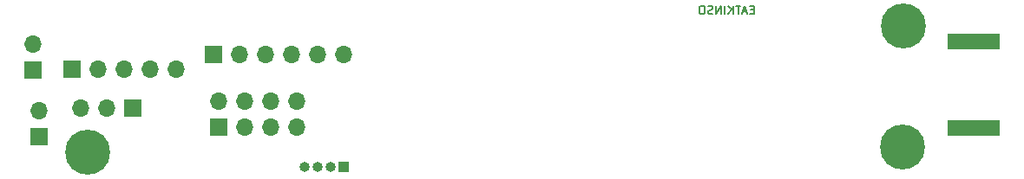
<source format=gbr>
%TF.GenerationSoftware,KiCad,Pcbnew,6.0.0*%
%TF.CreationDate,2022-04-11T19:56:14-05:00*%
%TF.ProjectId,main_board_bodged,6d61696e-5f62-46f6-9172-645f626f6467,rev?*%
%TF.SameCoordinates,Original*%
%TF.FileFunction,Soldermask,Bot*%
%TF.FilePolarity,Negative*%
%FSLAX46Y46*%
G04 Gerber Fmt 4.6, Leading zero omitted, Abs format (unit mm)*
G04 Created by KiCad (PCBNEW 6.0.0) date 2022-04-11 19:56:14*
%MOMM*%
%LPD*%
G01*
G04 APERTURE LIST*
%ADD10C,0.150000*%
%ADD11R,1.000000X1.000000*%
%ADD12O,1.000000X1.000000*%
%ADD13R,1.700000X1.700000*%
%ADD14O,1.700000X1.700000*%
%ADD15C,0.700000*%
%ADD16C,4.400000*%
%ADD17R,5.080000X1.500000*%
G04 APERTURE END LIST*
D10*
X202603571Y-133292857D02*
X202336904Y-133292857D01*
X202222619Y-133711904D02*
X202603571Y-133711904D01*
X202603571Y-132911904D01*
X202222619Y-132911904D01*
X201917857Y-133483333D02*
X201536904Y-133483333D01*
X201994047Y-133711904D02*
X201727380Y-132911904D01*
X201460714Y-133711904D01*
X201308333Y-132911904D02*
X200851190Y-132911904D01*
X201079761Y-133711904D02*
X201079761Y-132911904D01*
X200584523Y-133711904D02*
X200584523Y-132911904D01*
X200127380Y-133711904D02*
X200470238Y-133254761D01*
X200127380Y-132911904D02*
X200584523Y-133369047D01*
X199784523Y-133711904D02*
X199784523Y-132911904D01*
X199403571Y-133711904D02*
X199403571Y-132911904D01*
X198946428Y-133711904D01*
X198946428Y-132911904D01*
X198603571Y-133673809D02*
X198489285Y-133711904D01*
X198298809Y-133711904D01*
X198222619Y-133673809D01*
X198184523Y-133635714D01*
X198146428Y-133559523D01*
X198146428Y-133483333D01*
X198184523Y-133407142D01*
X198222619Y-133369047D01*
X198298809Y-133330952D01*
X198451190Y-133292857D01*
X198527380Y-133254761D01*
X198565476Y-133216666D01*
X198603571Y-133140476D01*
X198603571Y-133064285D01*
X198565476Y-132988095D01*
X198527380Y-132950000D01*
X198451190Y-132911904D01*
X198260714Y-132911904D01*
X198146428Y-132950000D01*
X197651190Y-132911904D02*
X197498809Y-132911904D01*
X197422619Y-132950000D01*
X197346428Y-133026190D01*
X197308333Y-133178571D01*
X197308333Y-133445238D01*
X197346428Y-133597619D01*
X197422619Y-133673809D01*
X197498809Y-133711904D01*
X197651190Y-133711904D01*
X197727380Y-133673809D01*
X197803571Y-133597619D01*
X197841666Y-133445238D01*
X197841666Y-133178571D01*
X197803571Y-133026190D01*
X197727380Y-132950000D01*
X197651190Y-132911904D01*
D11*
%TO.C,J7*%
X162575000Y-148725000D03*
D12*
X161305000Y-148725000D03*
X160035000Y-148725000D03*
X158765000Y-148725000D03*
%TD*%
D13*
%TO.C,J8*%
X132300000Y-139200000D03*
D14*
X132300000Y-136660000D03*
%TD*%
D15*
%TO.C,H1*%
X139250000Y-147250000D03*
X138766726Y-146083274D03*
D16*
X137600000Y-147250000D03*
D15*
X137600000Y-148900000D03*
X137600000Y-145600000D03*
X135950000Y-147250000D03*
X136433274Y-146083274D03*
X138766726Y-148416726D03*
X136433274Y-148416726D03*
%TD*%
D13*
%TO.C,J3*%
X149925000Y-137650000D03*
D14*
X152465000Y-137650000D03*
X155005000Y-137650000D03*
X157545000Y-137650000D03*
X160085000Y-137650000D03*
X162625000Y-137650000D03*
%TD*%
D13*
%TO.C,J2*%
X150425000Y-144775000D03*
D14*
X150425000Y-142235000D03*
X152965000Y-144775000D03*
X152965000Y-142235000D03*
X155505000Y-144775000D03*
X155505000Y-142235000D03*
X158045000Y-144775000D03*
X158045000Y-142235000D03*
%TD*%
D15*
%TO.C,H2*%
X218855000Y-134905000D03*
X217205000Y-136555000D03*
X217205000Y-133255000D03*
X218371726Y-136071726D03*
X218371726Y-133738274D03*
D16*
X217205000Y-134905000D03*
D15*
X216038274Y-136071726D03*
X215555000Y-134905000D03*
X216038274Y-133738274D03*
%TD*%
%TO.C,H4*%
X217099000Y-148427000D03*
X215932274Y-147943726D03*
D16*
X217099000Y-146777000D03*
D15*
X218265726Y-147943726D03*
X215449000Y-146777000D03*
X218749000Y-146777000D03*
X218265726Y-145610274D03*
X217099000Y-145127000D03*
X215932274Y-145610274D03*
%TD*%
D13*
%TO.C,J1*%
X142050000Y-142950000D03*
D14*
X139510000Y-142950000D03*
X136970000Y-142950000D03*
%TD*%
D13*
%TO.C,SW1*%
X132870000Y-145710000D03*
D14*
X132870000Y-143170000D03*
%TD*%
D17*
%TO.C,J6*%
X224100000Y-144875000D03*
X224100000Y-136375000D03*
%TD*%
D13*
%TO.C,J5*%
X136093745Y-139096248D03*
D14*
X138633745Y-139096248D03*
X141173745Y-139096248D03*
X143713745Y-139096248D03*
X146253745Y-139096248D03*
%TD*%
M02*

</source>
